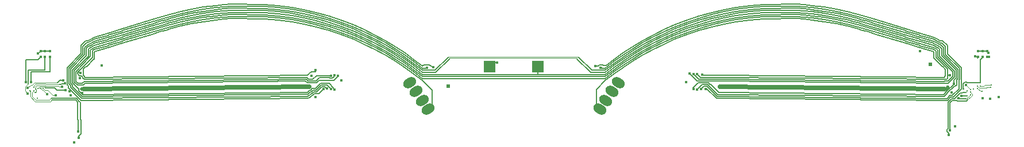
<source format=gbl>
%FSTAX23Y23*%
%MOIN*%
%SFA1B1*%

%IPPOS*%
%AMD39*
4,1,4,-0.006100,-0.029300,0.025400,0.015800,0.006100,0.029300,-0.025400,-0.015800,-0.006100,-0.029300,0.0*
1,1,0.055120,0.009700,-0.006800*
1,1,0.055120,-0.009700,0.006800*
%
%AMD40*
4,1,4,-0.025400,0.015800,0.006100,-0.029300,0.025400,-0.015800,-0.006100,0.029300,-0.025400,0.015800,0.0*
1,1,0.055120,-0.009700,-0.006800*
1,1,0.055120,0.009700,0.006800*
%
%ADD12C,0.006000*%
%ADD14C,0.008000*%
%ADD38C,0.004000*%
G04~CAMADD=39~3~0.0~0.0~551.2~787.4~0.0~0.0~0~0.0~0.0~0.0~0.0~0~0.0~0.0~0.0~0.0~0~0.0~0.0~0.0~235.0~740.0~682.0*
%ADD39D39*%
G04~CAMADD=40~3~0.0~0.0~551.2~787.4~0.0~0.0~0~0.0~0.0~0.0~0.0~0~0.0~0.0~0.0~0.0~0~0.0~0.0~0.0~125.0~740.0~682.0*
%ADD40D40*%
%ADD41C,0.016000*%
%ADD42C,0.008000*%
%ADD43C,0.024000*%
%ADD44C,0.012000*%
%ADD45C,0.020000*%
%ADD48C,0.025000*%
%ADD49C,0.015000*%
%ADD52R,0.068900X0.070870*%
%ADD53R,0.017720X0.017720*%
%ADD54R,0.015750X0.017720*%
%LNfront_flex-1*%
%LPD*%
G54D12*
X-02585Y00357D02*
X-02512Y00284D01*
X-02625Y00379D02*
X-02612D01*
X-02627Y00377D02*
X-02625Y00379D01*
X-02639Y00377D02*
X-02627D01*
X-02607Y0038D02*
X-02605Y00382D01*
X-0259Y00373D02*
Y00388D01*
X-02593Y00391D02*
X-0259Y00388D01*
X-02593Y00391D02*
Y00473D01*
X-02583Y00395D02*
Y00469D01*
Y00395D02*
X-0258Y00392D01*
Y00378D02*
Y00392D01*
Y00378D02*
X-02572Y0037D01*
X-0257Y00382D02*
X-02562Y00374D01*
X-0257Y00382D02*
Y00396D01*
X-02573Y00399D02*
X-0257Y00396D01*
X-02573Y00399D02*
Y00465D01*
X-02563Y00403D02*
Y00459D01*
Y00403D02*
X-0256Y004D01*
Y00386D02*
Y004D01*
Y00386D02*
X-02525Y00351D01*
X-0255Y0039D02*
X-02533Y00373D01*
X-0255Y0039D02*
Y00417D01*
X-0254Y00394D02*
X-02529Y00383D01*
X-0254Y00394D02*
Y00421D01*
X-02628Y00401D02*
X-02615D01*
X-02653Y00343D02*
X-02603D01*
X-02572Y00358D02*
Y0037D01*
X-02562Y00362D02*
X-02506Y00306D01*
X-02562Y00362D02*
Y00374D01*
X-02533Y00373D02*
X-02499D01*
X-02553Y0042D02*
X-0255Y00417D01*
X-02553Y0042D02*
Y00455D01*
X-02529Y00383D02*
X-02504D01*
X-02543Y00424D02*
X-0254Y00421D01*
X-02543Y00424D02*
Y00451D01*
X-02502Y00414D02*
X-02493Y00405D01*
X-02502Y00414D02*
Y00418D01*
X-0251Y00427D02*
X-02502Y00418D01*
X-02522Y00427D02*
X-0251D01*
X-02533Y00438D02*
X-02522Y00427D01*
X-02611Y0038D02*
X-02607D01*
X-02612Y00379D02*
X-02611Y0038D01*
X-02533Y00438D02*
Y00447D01*
X-0058Y00449D02*
X-0053Y0041D01*
X-00631Y00486D02*
X-0058Y00449D01*
X-0053Y0041D02*
X00528D01*
X02629Y00386D02*
X02706D01*
X02627Y00388D02*
X02629Y00386D01*
X02615Y00388D02*
X02627D01*
X02606Y00379D02*
X02615Y00388D01*
X02606Y0035D02*
Y00379D01*
X-02434Y00523D02*
Y00565D01*
X-02485Y00481D02*
X-02479D01*
X-02437Y00523D02*
X-02434D01*
X-02479Y00481D02*
X-02437Y00523D01*
X-01176Y00451D02*
X-01152D01*
X-02533Y00447D02*
X-02446Y00534D01*
X-02457Y00538D02*
Y00575D01*
X-02543Y00451D02*
X-02457Y00538D01*
X-02468Y00541D02*
Y00582D01*
X-02553Y00455D02*
X-02468Y00541D01*
X-0248Y00543D02*
Y00585D01*
X-02563Y00459D02*
X-0248Y00543D01*
X-02491Y00548D02*
Y0059D01*
X-02573Y00465D02*
X-02491Y00548D01*
X-02501Y00552D02*
Y00596D01*
X-02583Y00469D02*
X-02501Y00552D01*
X-02512Y00555D02*
Y00603D01*
X-02593Y00473D02*
X-02512Y00555D01*
X-02445Y00534D02*
Y00572D01*
X-02446Y00534D02*
X-02445D01*
X-01042Y00427D02*
X-01041D01*
X-02525Y00339D02*
X-02503Y00317D01*
X-00475Y00264D02*
Y00343D01*
X-00497Y00242D02*
X-00475Y00264D01*
X-00497Y00232D02*
Y00242D01*
X-0053Y00398D02*
X-00475Y00343D01*
X00479Y00347D02*
X0053Y00398D01*
X00479Y0025D02*
Y00347D01*
Y0025D02*
X00497Y00232D01*
X0053Y00398D02*
X0058Y00437D01*
X02575Y00294D02*
X02623D01*
X02625Y00296*
X02573Y00296D02*
X02575Y00294D01*
X02626Y00308D02*
X02627D01*
X02623Y00311D02*
X02626Y00308D01*
X02606Y0035D02*
X02608Y00349D01*
X02573Y00281D02*
X02625D01*
X02571Y00283D02*
X02573Y00281D01*
X02541Y00283D02*
X02571D01*
X02595Y00349D02*
Y00401D01*
X02585Y00339D02*
X02595Y00349D01*
X02581Y0035D02*
Y00402D01*
X02543Y00313D02*
X02581Y0035D01*
X02601Y00329D02*
X02614D01*
X02598Y00326D02*
X02601Y00329D01*
X02588Y00326D02*
X02598D01*
X02585Y00338D02*
Y00339D01*
X0255Y00303D02*
X02585Y00338D01*
X02616Y00328D02*
X02621D01*
X02614Y00329D02*
X02616Y00328D01*
X02554Y00293D02*
X02588Y00326D01*
X02536Y00359D02*
X02553Y00377D01*
X02532Y00359D02*
X02536D01*
X02503Y00331D02*
X02532Y00359D01*
X0254Y00349D02*
X02556Y00365D01*
X02536Y00349D02*
X0254D01*
X02513Y00326D02*
X02536Y00349D01*
X02529Y00313D02*
X02543D01*
X02513Y00323D02*
Y00326D01*
X02496Y00306D02*
X02513Y00323D01*
X02503Y00327D02*
Y00331D01*
X02492Y00316D02*
X02503Y00327D01*
X02533Y00303D02*
X0255D01*
X02517Y0012D02*
Y00272D01*
X02511Y00294D02*
X02529Y00313D01*
X02515Y00284D02*
X02533Y00303D01*
X02537Y00293D02*
X02554D01*
X02527Y00268D02*
X02541Y00283D01*
X02625Y00281D02*
X02633Y00288D01*
X02527Y00109D02*
Y00268D01*
X02517Y00272D02*
X02537Y00293D01*
X02596Y00311D02*
X02623D01*
X02595Y00401D02*
X02595Y00402D01*
X02495Y00284D02*
X02515D01*
X01085Y00348D02*
X01103Y00366D01*
X02568Y00374D02*
Y00403D01*
X02559Y00365D02*
X02568Y00374D01*
X02556Y00365D02*
X02559D01*
X02553Y0038D02*
Y00402D01*
Y00377D02*
Y0038D01*
X02568Y00403D02*
X02575Y0041D01*
X02495Y00294D02*
X02511D01*
X02529Y0043D02*
X0253Y00429D01*
X02545Y00423D02*
Y0045D01*
X02555Y00418D02*
Y00454D01*
X02565Y00414D02*
Y00458D01*
X02575Y0041D02*
Y00464D01*
X02585Y00406D02*
Y00468D01*
X02595Y00402D02*
Y00472D01*
X0252Y00383D02*
X02555Y00418D01*
X02518Y00395D02*
X02545Y00423D01*
X02495Y00306D02*
X02496D01*
X02495Y00305D02*
Y00306D01*
X02581Y00402D02*
X02585Y00406D01*
X02553Y00402D02*
X02565Y00414D01*
X02714Y00529D02*
X02715D01*
X0272Y00534*
X02709Y00523D02*
X02714Y00529D01*
X02706Y00386D02*
Y00521D01*
X0272Y00534D02*
Y00535D01*
X02709Y00523D02*
Y00523D01*
X02706Y00521D02*
X02709Y00523D01*
X02514Y00554D02*
X02595Y00472D01*
X02496Y00395D02*
X02518D01*
X02482Y00542D02*
X02565Y00458D01*
X02482Y00542D02*
Y00584D01*
X02493Y00547D02*
X02575Y00464D01*
X02514Y0043D02*
Y00467D01*
Y0041D02*
Y0043D01*
X02529*
X02503Y00551D02*
X02585Y00468D01*
X02494Y00383D02*
X0252D01*
X02509Y00405D02*
X02514Y0041D01*
X00495Y00489D02*
X00515D01*
X00489Y00483D02*
X00495Y00489D01*
X00472Y00483D02*
X00489D01*
X02495Y00394D02*
X02496Y00395D01*
X02495Y00405D02*
X02509D01*
X02512Y00115D02*
X02517Y0012D01*
X02512Y00102D02*
Y00115D01*
Y00102D02*
X02521Y00093D01*
X00515Y00489D02*
X00518Y00487D01*
X00502Y00474D02*
X00507D01*
X00511Y00471*
X00518Y00487D02*
X00524D01*
X00525Y00485*
X-02685Y00296D02*
X-02538D01*
X-0252Y00277*
X-02666Y00357D02*
X-02653Y00343D01*
X-02585Y00357D02*
Y00369D01*
X-0259Y00373D02*
X-02585Y00369D01*
X-02681Y00285D02*
X-02541D01*
X-0253Y00273*
X-02493Y00405D02*
X-02491D01*
X-02492Y0042D02*
X-02488Y00416D01*
X-02492Y0042D02*
Y00422D01*
X-02499Y00429D02*
X-02492Y00422D01*
X-02499Y00429D02*
Y00467D01*
X-02563Y00349D02*
D01*
X-02572Y00358D02*
X-02563Y00349D01*
X-02506Y00306D02*
X-02488D01*
X-02525Y00339D02*
Y00351D01*
X-02509Y00295D02*
X-02488D01*
X-02563Y00349D02*
X-02509Y00295D01*
X-02512Y00284D02*
X-02488D01*
X-02503Y00317D02*
X-02485D01*
X-02499Y00373D02*
X-02488Y00384D01*
X-02504Y00383D02*
X-02493Y00394D01*
X-02488*
X-02499Y00467D02*
X-02485Y00481D01*
X-02485Y00317D02*
D01*
X-02485Y00317D01*
X-02533Y00447D02*
X-02523D01*
X-0263Y00403D02*
X-02628Y00401D01*
X-02523Y00447D02*
X-02518Y00442D01*
X-02647Y00386D02*
X-0263Y00403D01*
X-02491Y00405D02*
X-02488Y00405D01*
X-0253Y00173D02*
Y00273D01*
Y00173D02*
X-02527Y0017D01*
X-02515Y00174D02*
Y00272D01*
X-02515D02*
X-02515D01*
X-0252Y00277D02*
Y00277D01*
Y00277D02*
X-02515Y00272D01*
X-02718Y00357D02*
X-02666D01*
X-0053Y00458D02*
X-00459D01*
X-0053Y00446D02*
X-00454D01*
X-0053Y00434D02*
X00142D01*
X-0053Y00422D02*
X00528D01*
X-00527Y00469D02*
X-00517D01*
X-00522Y0049D02*
X-0049D01*
X-0053Y00482D02*
X-00522Y0049D01*
X-02484Y00631D02*
X-0247D01*
X-02471Y00618D02*
X-0247Y00619D01*
X-02479Y00618D02*
X-02471D01*
X-02491Y0059D02*
X-02473Y00607D01*
X-0247*
X-0248Y00585D02*
X-0247Y00595D01*
X-01152Y00451D02*
Y0046D01*
X-01198Y00428D02*
X-01188Y00439D01*
X-01128Y00417D02*
X-01072D01*
X-01188Y00439D02*
Y00439D01*
X-01146Y00427D02*
X-01061D01*
X-01188Y00439D02*
X-01176Y00451D01*
X-01168Y00405D02*
X-01146Y00427D01*
X-01191Y00405D02*
X-01168D01*
X-01196Y0041D02*
X-01191Y00405D01*
X-01196Y0041D02*
Y0041D01*
X-01202Y00416D02*
X-01196Y0041D01*
X-0121Y00416D02*
X-01202D01*
X-01216Y00416D02*
X-0121Y00416D01*
X-01216Y00416D02*
D01*
X-01217Y00417D02*
X-01216Y00416D01*
X-01206Y00406D02*
X-01206D01*
X-01054Y00412D02*
X-01046Y0042D01*
X-01067Y00412D02*
X-01054D01*
X-01072Y00417D02*
X-01067Y00412D01*
X-0058Y00521D02*
X-0053Y00482D01*
Y0047D02*
X-00529D01*
X-0058Y00509D02*
X-0053Y0047D01*
X-01021Y00426D02*
X-0102Y00427D01*
X-01021Y00423D02*
Y00426D01*
X-01041Y00427D02*
Y00428D01*
X-01046Y00423D02*
X-01042Y00427D01*
X-01046Y0042D02*
Y00423D01*
X-0247Y00631D02*
X-0247Y00631D01*
X-02468Y00582D02*
X-02463Y00586D01*
X-02457Y00575D02*
X-02452Y0058D01*
X-02445Y00572D02*
X-02434Y00579D01*
X-02356Y0059D02*
X-02272Y00615D01*
X-02087Y00671D02*
X-02064Y00678D01*
X-01969Y00705D02*
X-01944Y00712D01*
X-00807Y0058D02*
X-00745Y00546D01*
X-00631Y00474D02*
X-0058Y00437D01*
X-01369Y0075D02*
X-01289Y0074D01*
X-01219Y00726*
X-01071Y00688D02*
X-00995Y00662D01*
X-00745Y00546D02*
X-00684Y00509D01*
X-01642Y00758D02*
X-01581Y00758D01*
X-01515Y00757*
X-00995Y00662D02*
X-00932Y00638D01*
X-02064Y00678D02*
X-02041Y00685D01*
X-01872Y00728D02*
X-018Y00741D01*
X-01727Y0075*
X-02272Y00616D02*
X-02087Y00671D01*
X-02019Y00691D02*
X-01994Y00699D01*
X-01969Y00705*
X-01149Y0071D02*
X-01071Y00688D01*
X-02356Y00589D02*
X-02356Y0059D01*
X-02272Y00616D02*
X-02272Y00615D01*
X-01685Y00755D02*
X-01642Y00758D01*
X-01448Y00757D02*
X-01369Y0075D01*
X-00871Y00611D02*
X-00807Y0058D01*
X-01944Y00712D02*
X-01872Y00728D01*
X-01219Y00726D02*
X-01149Y0071D01*
X-00932Y00638D02*
X-00871Y00611D01*
X-02434Y00567D02*
X-02356Y00589D01*
X-02041Y00685D02*
X-02019Y00691D01*
X-01727Y0075D02*
X-01685Y00755D01*
X-01515Y00757D02*
X-01448Y00757D01*
X-00684Y00509D02*
X-00631Y00474D01*
X-02356Y00602D02*
X-02272Y00627D01*
X-01969Y00717D02*
X-01944Y00724D01*
X-01515Y00769D02*
X-01448Y00769D01*
X-02087Y00683D02*
X-02064Y0069D01*
X-01219Y00738D02*
X-01149Y00722D01*
X-00871Y00623D02*
X-00807Y00592D01*
X-00684Y00521D02*
X-00631Y00486D01*
X-02272Y00628D02*
X-02272Y00627D01*
X-01944Y00724D02*
X-01872Y0074D01*
X-01727Y00762D02*
X-01685Y00767D01*
X-01448Y00769D02*
X-01369Y00762D01*
X-00932Y0065D02*
X-00871Y00623D01*
X-02356Y00601D02*
X-02356Y00602D01*
X-02272Y00628D02*
X-02087Y00683D01*
X-02019Y00703D02*
X-01994Y00711D01*
X-01685Y00767D02*
X-01642Y0077D01*
X-01149Y00722D02*
X-01071Y007D01*
X-02064Y0069D02*
X-02041Y00697D01*
X-01994Y00711D02*
X-01969Y00717D01*
X-01872Y0074D02*
X-018Y00753D01*
X-01581Y0077D02*
X-01515Y00769D01*
X-02434Y00579D02*
X-02356Y00601D01*
X-018Y00753D02*
X-01727Y00762D01*
X-01642Y0077D02*
X-01581Y0077D01*
X-01289Y00752D02*
X-01219Y00738D01*
X-01071Y007D02*
X-00995Y00674D01*
X-00932Y0065*
X-00745Y00558D02*
X-00684Y00521D01*
X-02041Y00697D02*
X-02019Y00703D01*
X-01369Y00762D02*
X-01289Y00752D01*
X-00807Y00592D02*
X-00745Y00558D01*
X-02272Y0064D02*
X-02087Y00695D01*
X-02019Y00715D02*
X-01994Y00723D01*
X-01944Y00736D02*
X-01872Y00752D01*
X-01219Y0075D02*
X-01149Y00734D01*
X-00932Y00662D02*
X-00871Y00635D01*
X-02356Y00613D02*
X-02356Y00614D01*
X-02064Y00702D02*
X-02041Y00709D01*
X-01994Y00723D02*
X-01969Y00729D01*
X-01685Y00779D02*
X-01642Y00782D01*
X-01581Y00782D02*
X-01515Y00781D01*
X-01642Y00782D02*
X-01581Y00782D01*
X-01149Y00734D02*
X-01071Y00712D01*
X-00631Y00498D02*
X-0058Y00461D01*
X-02452Y0058D02*
X-02434Y00591D01*
X-01872Y00752D02*
X-018Y00765D01*
X-01727Y00774*
X-00745Y0057D02*
X-00684Y00533D01*
X-02041Y00709D02*
X-02019Y00715D01*
X-01289Y00764D02*
X-01219Y0075D01*
X-00995Y00686D02*
X-00932Y00662D01*
X-00807Y00604D02*
X-00745Y0057D01*
X-01969Y00729D02*
X-01944Y00736D01*
X-01515Y00781D02*
X-01448Y00781D01*
X-01369Y00774D02*
X-01289Y00764D01*
X-01071Y00712D02*
X-00995Y00686D01*
X-02356Y00614D02*
X-02272Y00639D01*
X-02087Y00695D02*
X-02064Y00702D01*
X-00871Y00635D02*
X-00807Y00604D01*
X-00684Y00533D02*
X-00631Y00498D01*
X-0058Y00461D02*
X-0053Y00422D01*
X-02434Y00591D02*
X-02356Y00613D01*
X-02272Y0064D02*
X-02272Y00639D01*
X-01727Y00774D02*
X-01685Y00779D01*
X-01448Y00781D02*
X-01369Y00774D01*
X-02452Y00592D02*
X-02434Y00603D01*
X-02041Y00721D02*
X-02019Y00727D01*
X-01872Y00764D02*
X-018Y00777D01*
X-01727Y00786*
X-00807Y00616D02*
X-00745Y00582D01*
X-01515Y00793D02*
X-01448Y00793D01*
X-01289Y00776D02*
X-01219Y00762D01*
X-00995Y00698D02*
X-00932Y00674D01*
X-01969Y00741D02*
X-01944Y00748D01*
X-01369Y00786D02*
X-01289Y00776D01*
X-01071Y00724D02*
X-00995Y00698D01*
X-00871Y00647D02*
X-00807Y00616D01*
X-00684Y00545D02*
X-00631Y0051D01*
X-02356Y00626D02*
X-02272Y00651D01*
X-02272Y00652D02*
X-02272Y00651D01*
X-02087Y00707D02*
X-02064Y00714D01*
X-01448Y00793D02*
X-01369Y00786D01*
X-0058Y00473D02*
X-0053Y00434D01*
X-02434Y00603D02*
X-02356Y00625D01*
X-02272Y00652D02*
X-02087Y00707D01*
X-02019Y00727D02*
X-01994Y00735D01*
X-01727Y00786D02*
X-01685Y00791D01*
X-02064Y00714D02*
X-02041Y00721D01*
X-01994Y00735D02*
X-01969Y00741D01*
X-01944Y00748D02*
X-01872Y00764D01*
X-01581Y00794D02*
X-01515Y00793D01*
X-01219Y00762D02*
X-01149Y00746D01*
X-00932Y00674D02*
X-00871Y00647D01*
X-02463Y00586D02*
X-02452Y00592D01*
X-02356Y00625D02*
X-02356Y00626D01*
X-01685Y00791D02*
X-01642Y00794D01*
X-01581Y00794*
X-00631Y0051D02*
X-0058Y00473D01*
X-01149Y00746D02*
X-01071Y00724D01*
X-00745Y00582D02*
X-00684Y00545D01*
X-02356Y00674D02*
X-02272Y00699D01*
X-02087Y00755D02*
X-02064Y00762D01*
X-00871Y00695D02*
X-00807Y00664D01*
X-00684Y00593D02*
X-00631Y00558D01*
X-01969Y00789D02*
X-01944Y00796D01*
X-01515Y00841D02*
X-01448Y00841D01*
X-01369Y00834D02*
X-01289Y00824D01*
X-01071Y00772D02*
X-00995Y00746D01*
X-02041Y00769D02*
X-02019Y00775D01*
X-01289Y00824D02*
X-01219Y0081D01*
X-00995Y00746D02*
X-00932Y00722D01*
X-00807Y00664D02*
X-00745Y0063D01*
X-02452Y0064D02*
X-02434Y00651D01*
X-01872Y00812D02*
X-018Y00825D01*
X-01727Y00834*
X-00745Y0063D02*
X-00684Y00593D01*
X-0247Y00631D02*
X-02452Y0064D01*
X-01642Y00842D02*
X-01581Y00842D01*
X-01149Y00794D02*
X-01071Y00772D01*
X-00631Y00558D02*
X-0058Y00521D01*
X-02356Y00673D02*
X-02356Y00674D01*
X-02064Y00762D02*
X-02041Y00769D01*
X-01994Y00783D02*
X-01969Y00789D01*
X-01685Y00839D02*
X-01642Y00842D01*
X-01581Y00842D02*
X-01515Y00841D01*
X-02272Y007D02*
X-02087Y00755D01*
X-02019Y00775D02*
X-01994Y00783D01*
X-01944Y00796D02*
X-01872Y00812D01*
X-01219Y0081D02*
X-01149Y00794D01*
X-00932Y00722D02*
X-00871Y00695D01*
X-02434Y00651D02*
X-02356Y00673D01*
X-02272Y007D02*
X-02272Y00699D01*
X-01727Y00834D02*
X-01685Y00839D01*
X-01448Y00841D02*
X-01369Y00834D01*
X-02064Y0075D02*
X-02041Y00757D01*
X-01872Y008D02*
X-018Y00813D01*
X-01581Y0083D02*
X-01515Y00829D01*
X-00631Y00546D02*
X-0058Y00509D01*
X-0247Y00619D02*
X-02452Y00628D01*
X-02356Y00661D02*
X-02356Y00662D01*
X-02272Y00688D02*
X-02087Y00743D01*
X-01994Y00771D02*
X-01969Y00777D01*
X-01149Y00782D02*
X-01071Y0076D01*
X-02272Y00688D02*
X-02272Y00687D01*
X-02019Y00763D02*
X-01994Y00771D01*
X-01944Y00784D02*
X-01872Y008D01*
X-01685Y00827D02*
X-01642Y0083D01*
X-01448Y00829D02*
X-01369Y00822D01*
X-01727Y00822D02*
X-01685Y00827D01*
X-01219Y00798D02*
X-01149Y00782D01*
X-00932Y0071D02*
X-00871Y00683D01*
X-00807Y00652*
X-00684Y00581D02*
X-00631Y00546D01*
X-02434Y00639D02*
X-02356Y00661D01*
X-02087Y00743D02*
X-02064Y0075D01*
X-01515Y00829D02*
X-01448Y00829D01*
X-02356Y00662D02*
X-02272Y00687D01*
X-02041Y00757D02*
X-02019Y00763D01*
X-01969Y00777D02*
X-01944Y00784D01*
X-00807Y00652D02*
X-00745Y00618D01*
X-01369Y00822D02*
X-01289Y00812D01*
X-01071Y0076D02*
X-00995Y00734D01*
X-00932Y0071*
X-00745Y00618D02*
X-00684Y00581D01*
X-02452Y00628D02*
X-02434Y00639D01*
X-018Y00813D02*
X-01727Y00822D01*
X-01642Y0083D02*
X-01581Y0083D01*
X-01289Y00812D02*
X-01219Y00798D01*
X-02434Y00627D02*
X-02356Y00649D01*
X-02087Y00731D02*
X-02064Y00738D01*
X-01515Y00817D02*
X-01448Y00817D01*
X-0058Y00497D02*
X-0053Y00458D01*
X-02356Y0065D02*
X-02272Y00675D01*
X-02041Y00745D02*
X-02019Y00751D01*
X-01969Y00765D02*
X-01944Y00772D01*
X-00807Y0064D02*
X-00745Y00606D01*
X-01369Y0081D02*
X-01289Y008D01*
X-01071Y00748D02*
X-00995Y00722D01*
X-00932Y00698*
X-00745Y00606D02*
X-00684Y00569D01*
X-02452Y00616D02*
X-02434Y00627D01*
X-018Y00801D02*
X-01727Y0081D01*
X-01642Y00818D02*
X-01581Y00818D01*
X-01289Y008D02*
X-01219Y00786D01*
X-0247Y00607D02*
X-02452Y00616D01*
X-02064Y00738D02*
X-02041Y00745D01*
X-01872Y00788D02*
X-018Y00801D01*
X-01581Y00818D02*
X-01515Y00817D01*
X-00631Y00534D02*
X-0058Y00497D01*
X-02356Y00649D02*
X-02356Y0065D01*
X-02272Y00676D02*
X-02087Y00731D01*
X-01994Y00759D02*
X-01969Y00765D01*
X-01685Y00815D02*
X-01642Y00818D01*
X-01149Y0077D02*
X-01071Y00748D01*
X-02272Y00676D02*
X-02272Y00675D01*
X-02019Y00751D02*
X-01994Y00759D01*
X-01944Y00772D02*
X-01872Y00788D01*
X-01727Y0081D02*
X-01685Y00815D01*
X-01448Y00817D02*
X-01369Y0081D01*
X-00932Y00698D02*
X-00871Y00671D01*
X-01219Y00786D02*
X-01149Y0077D01*
X-00871Y00671D02*
X-00807Y0064D01*
X-00684Y00569D02*
X-00631Y00534D01*
X-02272Y00664D02*
X-02272Y00663D01*
X-02019Y00739D02*
X-01994Y00747D01*
X-01944Y0076D02*
X-01872Y00776D01*
X-01685Y00803D02*
X-01642Y00806D01*
X-01448Y00805D02*
X-01369Y00798D01*
X-0247Y00595D02*
X-02452Y00604D01*
X-02356Y00637D02*
X-02356Y00638D01*
X-02272Y00664D02*
X-02087Y00719D01*
X-01994Y00747D02*
X-01969Y00753D01*
X-01149Y00758D02*
X-01071Y00736D01*
X-02064Y00726D02*
X-02041Y00733D01*
X-01872Y00776D02*
X-018Y00789D01*
X-01581Y00806D02*
X-01515Y00805D01*
X-00631Y00522D02*
X-0058Y00485D01*
X-02452Y00604D02*
X-02434Y00615D01*
X-018Y00789D02*
X-01727Y00798D01*
X-01642Y00806D02*
X-01581Y00806D01*
X-01289Y00788D02*
X-01219Y00774D01*
X-01369Y00798D02*
X-01289Y00788D01*
X-01071Y00736D02*
X-00995Y0071D01*
X-00932Y00686*
X-00745Y00594D02*
X-00684Y00557D01*
X-02356Y00638D02*
X-02272Y00663D01*
X-02041Y00733D02*
X-02019Y00739D01*
X-01969Y00753D02*
X-01944Y0076D01*
X-00807Y00628D02*
X-00745Y00594D01*
X-02434Y00615D02*
X-02356Y00637D01*
X-02087Y00719D02*
X-02064Y00726D01*
X-01515Y00805D02*
X-01448Y00805D01*
X-0058Y00485D02*
X-0053Y00446D01*
X-01727Y00798D02*
X-01685Y00803D01*
X-01219Y00774D02*
X-01149Y00758D01*
X-00932Y00686D02*
X-00871Y00659D01*
X-00807Y00628*
X-00684Y00557D02*
X-00631Y00522D01*
X-0119Y00298D02*
X-01189Y00299D01*
X-01131Y00322D02*
X-01106Y00348D01*
X-01157Y00322D02*
X-01131D01*
X-01167Y00313D02*
X-01157Y00322D01*
X-01144Y00332D02*
X-01114Y00363D01*
X-01161Y00332D02*
X-01144D01*
X-01171Y00323D02*
X-01161Y00332D01*
X-01148Y00342D02*
X-01118Y00373D01*
X-01165Y00342D02*
X-01148D01*
X-01175Y00333D02*
X-01165Y00342D01*
X-01152Y00352D02*
X-01122Y00383D01*
X-0117Y00352D02*
X-01152D01*
X-01179Y00343D02*
X-0117Y00352D01*
X-01193Y00298D02*
X-0119Y00298D01*
X-01194Y00297D02*
X-01193Y00298D01*
X-01189Y00299D02*
X-01186Y00299D01*
X-01172Y00313D02*
X-01167Y00313D01*
X-01186Y00299D02*
X-01172Y00313D01*
X-01198Y00297D02*
X-01194D01*
X-01198Y00296D02*
X-01198Y00297D01*
X-01197Y00308D02*
X-01194Y00308D01*
X-01199Y00307D02*
X-01197Y00308D01*
X-01193Y00309D02*
X-0119Y00309D01*
X-01194Y00308D02*
X-01193Y00309D01*
X-01176Y00323D02*
X-01171Y00323D01*
X-0119Y00309D02*
X-01176Y00323D01*
X-0118Y00333D02*
X-01175Y00333D01*
X-01195Y00319D02*
X-0118Y00333D01*
X-01197Y00319D02*
X-01195Y00319D01*
X-01198Y00318D02*
X-01197Y00319D01*
X-01185Y00343D02*
X-01179Y00343D01*
X-01199Y00329D02*
X-01185Y00343D01*
X-01199Y00385D02*
X-01145D01*
X-01195Y00395D02*
X-01149D01*
X-01128Y00417*
X-01145Y00385D02*
X-01131Y00399D01*
X-01044*
X-02488Y00405D02*
X-01217Y00417D01*
X-02488Y00394D02*
X-01206Y00406D01*
Y00406D02*
X-01195Y00395D01*
X-0121Y00396D02*
X-01199Y00385D01*
X-02488Y00384D02*
X-0121Y00396D01*
X01174Y00296D02*
X01205D01*
X0112Y00351D02*
X01174Y00296D01*
X01112Y00351D02*
X0112D01*
X01131Y00396D02*
X01131Y00395D01*
X01205*
X01134Y00407D02*
X01135Y00406D01*
X01205*
X01083Y00417D02*
X01126D01*
X01127Y00417*
X01205*
X01178Y00306D02*
X01205D01*
X01181Y00317D02*
X01205D01*
X01203Y00331D02*
X01206Y00328D01*
X01188Y00331D02*
X01203D01*
X01143Y00377D02*
X01188Y00331D01*
X01136Y00377D02*
X01143D01*
X01142Y00428D02*
X01142Y00428D01*
X01205*
X01205Y00296D02*
X02495Y00284D01*
X01205Y00317D02*
X02495Y00305D01*
X01205Y00428D02*
X02495Y00416D01*
X01205Y00417D02*
X02495Y00405D01*
X01205Y00395D02*
X02494Y00383D01*
X01205Y00406D02*
X02495Y00394D01*
X01205Y00306D02*
X02495Y00294D01*
X01206Y00328D02*
X02492Y00316D01*
X-02485Y00317D02*
X-01199Y00329D01*
X-01087Y00352D02*
X-01085D01*
X-02488Y00295D02*
X-01199Y00307D01*
X-02488Y00416D02*
X-01198Y00428D01*
X-02488Y00306D02*
X-01198Y00318D01*
X-02488Y00284D02*
X-01198Y00296D01*
X-01044Y00399D02*
X-01021Y00423D01*
X02487Y0048D02*
X02503Y00464D01*
Y00425D02*
Y00464D01*
X02495Y00417D02*
X02503Y00425D01*
X02491Y0049D02*
X02514Y00467D01*
X02676Y00538D02*
X02677Y00536D01*
X02691*
X02693Y00535*
X02687Y00529D02*
X02693Y00535D01*
X-02808Y00339D02*
X-02806Y00337D01*
X-02803Y00389D02*
X-02802Y00388D01*
X-02817Y00381D02*
Y00461D01*
X-02818Y0038D02*
X-02817Y00381D01*
X-02818Y00379D02*
Y0038D01*
X-02832Y00388D02*
Y00521D01*
X-02803Y00389D02*
Y00451D01*
X-02693*
Y00535*
X-02722Y00461D02*
Y00533D01*
X-02817Y00461D02*
X-02722D01*
X-0276Y00521D02*
X-02746Y00535D01*
X-02832Y00521D02*
X-0276D01*
X-0049Y0049D02*
X-00483Y00483D01*
X00451Y00458D02*
X00528D01*
X-01122Y00383D02*
X-01073D01*
X-01118Y00373D02*
X-01084D01*
X-01114Y00363D02*
X-01098D01*
X-01084Y00373D02*
X-01062Y0035D01*
X-01073Y00383D02*
X-01047Y00356D01*
X-01098Y00363D02*
X-01087Y00352D01*
X-0053Y00261D02*
X-0053Y00261D01*
X-00483Y00483D02*
X-00468Y00475D01*
X00525Y00485D02*
X00534D01*
X00511Y00471D02*
X0053Y0047D01*
X-00517Y00469D02*
X-00514Y00471D01*
X-00505*
X-00459Y00458D02*
X-00383Y00534D01*
X-00454Y00446D02*
X-00376Y00524D01*
X02521Y00082D02*
Y00093D01*
Y00082D02*
X02522Y00082D01*
X-02515Y00174D02*
X-02511Y0017D01*
Y00091D02*
Y0017D01*
X-02524Y00077D02*
X-02511Y00091D01*
X-02524Y00067D02*
Y00077D01*
X-02526Y00066D02*
X-02524Y00067D01*
X-02527Y00103D02*
Y0017D01*
X-02722Y00533D02*
X-0272Y00535D01*
X00142Y00434D02*
X00528D01*
X0014Y00435D02*
X00142Y00434D01*
X0014Y00435D02*
Y00479D01*
X01063Y00437D02*
X01083Y00417D01*
X01042Y00436D02*
X01071Y00407D01*
X01093Y00432D02*
X01097Y00428D01*
X01092Y00432D02*
X01093D01*
X01071Y00407D02*
X01134D01*
X01061Y00396D02*
X01131D01*
X01069Y00386D02*
X01127D01*
X01091Y00376D02*
X01123D01*
X01062Y00347D02*
X01091Y00376D01*
X01119Y00366D02*
X01178Y00306D01*
X01103Y00366D02*
X01119D01*
X01123Y00376D02*
X01181Y00317D01*
X01127Y00386D02*
X01136Y00377D01*
X0104Y00357D02*
X01069Y00386D01*
X01097Y00428D02*
X01142D01*
X01019Y00438D02*
X01061Y00396D01*
X01108Y00347D02*
X01112Y00351D01*
X01042Y00436D02*
Y00437D01*
X0104Y0035D02*
Y00357D01*
Y0035D02*
X01041Y00349D01*
X02514Y00554D02*
Y00602D01*
X02486Y0063D02*
X02514Y00602D01*
X02472Y0063D02*
X02486D01*
X02472Y0063D02*
X02472Y0063D01*
X02493Y00547D02*
Y00589D01*
X0247Y0054D02*
Y00581D01*
Y0054D02*
X02555Y00454D01*
X02459Y00537D02*
Y00574D01*
Y00537D02*
X02545Y0045D01*
X02491Y0049D02*
X02491D01*
X02447Y00534D02*
X02491Y0049D01*
X02447Y00534D02*
Y00571D01*
X02486Y0048D02*
X02487D01*
X02436Y0053D02*
X02486Y0048D01*
X02436Y0053D02*
Y00564D01*
X02503Y00551D02*
Y00595D01*
X02481Y00617D02*
X02503Y00595D01*
X02473Y00617D02*
X02481D01*
X02472Y00618D02*
X02473Y00617D01*
X02475Y00606D02*
X02493Y00589D01*
X02472Y00606D02*
X02475D01*
X02472Y00594D02*
X02482Y00584D01*
X02465Y00585D02*
X0247Y00581D01*
X02454Y00579D02*
X02459Y00574D01*
X02436Y00578D02*
X02447Y00571D01*
X02436Y0059D02*
X02454Y00579D01*
X02436Y00602D02*
X02454Y00591D01*
X02465Y00585*
X02436Y0065D02*
X02454Y00639D01*
X02472Y0063*
X02454Y00627D02*
X02472Y00618D01*
X02436Y00638D02*
X02454Y00627D01*
X02436Y00626D02*
X02454Y00615D01*
X02472Y00606*
X02454Y00603D02*
X02472Y00594D01*
X02436Y00614D02*
X02454Y00603D01*
X-01062Y0035D02*
Y0035D01*
X-01047Y00354D02*
Y00356D01*
Y00354D02*
X-01042Y00349D01*
Y00347D02*
Y00349D01*
X-02512Y00603D02*
X-02484Y00631D01*
X-02501Y00596D02*
X-02479Y00618D01*
X00366Y00524D02*
X00444Y00446D01*
X01289Y0074D02*
X01369Y0075D01*
X01219Y00726D02*
X01289Y0074D01*
X00932Y00638D02*
X00995Y00662D01*
X00684Y00509D02*
X00745Y00546D01*
X01944Y00712D02*
X01969Y00705D01*
X00995Y00662D02*
X01071Y00688D01*
X00745Y00546D02*
X00807Y0058D01*
X0058Y00437D02*
X00631Y00474D01*
X02356Y00589D02*
X02434Y00567D01*
X02272Y00615D02*
X02356Y0059D01*
X02064Y00678D02*
X02087Y00671D01*
X02019Y00691D02*
X02041Y00685D01*
X01448Y00757D02*
X01515Y00757D01*
X00631Y00474D02*
X00684Y00509D01*
X01872Y00728D02*
X01944Y00712D01*
X01685Y00755D02*
X01727Y0075D01*
X01149Y0071D02*
X01219Y00726D01*
X02356Y0059D02*
X02356Y00589D01*
X02272Y00615D02*
X02272Y00616D01*
X01369Y0075D02*
X01448Y00757D01*
X00871Y00611D02*
X00932Y00638D01*
X00807Y0058D02*
X00871Y00611D01*
X02087Y00671D02*
X02272Y00616D01*
X01994Y00699D02*
X02019Y00691D01*
X01969Y00705D02*
X01994Y00699D01*
X01642Y00758D02*
X01685Y00755D01*
X01071Y00688D02*
X01149Y0071D01*
X02041Y00685D02*
X02064Y00678D01*
X018Y00741D02*
X01872Y00728D01*
X01727Y0075D02*
X018Y00741D01*
X-0058Y00437D02*
X-0053Y00398D01*
X01581Y00758D02*
X01642Y00758D01*
X01515Y00757D02*
X01581Y00758D01*
X02356Y00601D02*
X02434Y00579D01*
X01969Y00717D02*
X01994Y00711D01*
X018Y00753D02*
X01872Y0074D01*
X01515Y00769D02*
X01581Y0077D01*
X0058Y00449D02*
X00631Y00486D01*
X02087Y00683D02*
X02272Y00628D01*
X02041Y00697D02*
X02064Y0069D01*
X01994Y00711D02*
X02019Y00703D01*
X01071Y007D02*
X01149Y00722D01*
X02356Y00602D02*
X02356Y00601D01*
X02272Y00627D02*
X02272Y00628D01*
X01872Y0074D02*
X01944Y00724D01*
X01642Y0077D02*
X01685Y00767D01*
X01369Y00762D02*
X01448Y00769D01*
X01149Y00722D02*
X01219Y00738D01*
X00871Y00623D02*
X00932Y0065D01*
X00807Y00592D02*
X00871Y00623D01*
X00631Y00486D02*
X00684Y00521D01*
X02064Y0069D02*
X02087Y00683D01*
X01685Y00767D02*
X01727Y00762D01*
X01448Y00769D02*
X01515Y00769D01*
X0053Y0041D02*
X0058Y00449D01*
X02272Y00627D02*
X02356Y00602D01*
X02019Y00703D02*
X02041Y00697D01*
X01944Y00724D02*
X01969Y00717D01*
X01289Y00752D02*
X01369Y00762D01*
X01219Y00738D02*
X01289Y00752D01*
X00995Y00674D02*
X01071Y007D01*
X00745Y00558D02*
X00807Y00592D01*
X00684Y00521D02*
X00745Y00558D01*
X01727Y00762D02*
X018Y00753D01*
X01581Y0077D02*
X01642Y0077D01*
X00932Y0065D02*
X00995Y00674D01*
X02087Y00695D02*
X02272Y0064D01*
X02064Y00702D02*
X02087Y00695D01*
X01994Y00723D02*
X02019Y00715D01*
X01685Y00779D02*
X01727Y00774D01*
X01369Y00774D02*
X01448Y00781D01*
X01149Y00734D02*
X01219Y0075D01*
X02356Y00613D02*
X02434Y00591D01*
X02272Y00639D02*
X02356Y00614D01*
X02272Y00639D02*
X02272Y0064D01*
X00807Y00604D02*
X00871Y00635D01*
X01944Y00736D02*
X01969Y00729D01*
X00995Y00686D02*
X01071Y00712D01*
X00631Y00498D02*
X00684Y00533D01*
X0053Y00422D02*
X0058Y00461D01*
X02019Y00715D02*
X02041Y00709D01*
X01727Y00774D02*
X018Y00765D01*
X01448Y00781D02*
X01515Y00781D01*
X01289Y00764D02*
X01369Y00774D01*
X00932Y00662D02*
X00995Y00686D01*
X018Y00765D02*
X01872Y00752D01*
X01219Y0075D02*
X01289Y00764D01*
X00745Y0057D02*
X00807Y00604D01*
X01071Y00712D02*
X01149Y00734D01*
X00684Y00533D02*
X00745Y0057D01*
X02356Y00614D02*
X02356Y00613D01*
X01872Y00752D02*
X01944Y00736D01*
X01642Y00782D02*
X01685Y00779D01*
X01581Y00782D02*
X01642Y00782D01*
X01515Y00781D02*
X01581Y00782D01*
X0058Y00461D02*
X00631Y00498D01*
X02041Y00709D02*
X02064Y00702D01*
X01969Y00729D02*
X01994Y00723D01*
X00871Y00635D02*
X00932Y00662D01*
X01727Y00786D02*
X018Y00777D01*
X01219Y00762D02*
X01289Y00776D01*
X00932Y00674D02*
X00995Y00698D01*
X00745Y00582D02*
X00807Y00616D01*
X018Y00777D02*
X01872Y00764D01*
X00684Y00545D02*
X00745Y00582D01*
X01581Y00794D02*
X01642Y00794D01*
X01515Y00793D02*
X01581Y00794D01*
X01071Y00724D02*
X01149Y00746D01*
X0058Y00473D02*
X00631Y0051D01*
X02356Y00626D02*
X02356Y00625D01*
X02041Y00721D02*
X02064Y00714D01*
X01969Y00741D02*
X01994Y00735D01*
X01872Y00764D02*
X01944Y00748D01*
X01642Y00794D02*
X01685Y00791D01*
X02087Y00707D02*
X02272Y00652D01*
X01994Y00735D02*
X02019Y00727D01*
X01369Y00786D02*
X01448Y00793D01*
X01149Y00746D02*
X01219Y00762D01*
X00871Y00647D02*
X00932Y00674D01*
X02356Y00625D02*
X02434Y00603D01*
X02272Y00651D02*
X02272Y00652D01*
X02064Y00714D02*
X02087Y00707D01*
X01685Y00791D02*
X01727Y00786D01*
X00807Y00616D02*
X00871Y00647D01*
X02272Y00651D02*
X02356Y00626D01*
X01944Y00748D02*
X01969Y00741D01*
X00631Y0051D02*
X00684Y00545D01*
X0053Y00434D02*
X0058Y00473D01*
X02019Y00727D02*
X02041Y00721D01*
X01448Y00793D02*
X01515Y00793D01*
X01289Y00776D02*
X01369Y00786D01*
X00995Y00698D02*
X01071Y00724D01*
Y00772D02*
X01149Y00794D01*
X00684Y00593D02*
X00745Y0063D01*
X018Y00825D02*
X01872Y00812D01*
X01219Y0081D02*
X01289Y00824D01*
X00745Y0063D02*
X00807Y00664D01*
X02019Y00775D02*
X02041Y00769D01*
X01727Y00834D02*
X018Y00825D01*
X01448Y00841D02*
X01515Y00841D01*
X01289Y00824D02*
X01369Y00834D01*
X00932Y00722D02*
X00995Y00746D01*
X01944Y00796D02*
X01969Y00789D01*
X00995Y00746D02*
X01071Y00772D01*
X00631Y00558D02*
X00684Y00593D01*
X00534Y00485D02*
X0058Y00521D01*
X02356Y00673D02*
X02434Y00651D01*
X02272Y00699D02*
X02356Y00674D01*
X02272Y00699D02*
X02272Y007D01*
X00807Y00664D02*
X00871Y00695D01*
X02087Y00755D02*
X02272Y007D01*
X02064Y00762D02*
X02087Y00755D01*
X01994Y00783D02*
X02019Y00775D01*
X01685Y00839D02*
X01727Y00834D01*
X01369Y00834D02*
X01448Y00841D01*
X01149Y00794D02*
X01219Y0081D01*
X02356Y00674D02*
X02356Y00673D01*
X02041Y00769D02*
X02064Y00762D01*
X01969Y00789D02*
X01994Y00783D01*
X01872Y00812D02*
X01944Y00796D01*
X00871Y00695D02*
X00932Y00722D01*
X01642Y00842D02*
X01685Y00839D01*
X01581Y00842D02*
X01642Y00842D01*
X01515Y00841D02*
X01581Y00842D01*
X0058Y00521D02*
X00631Y00558D01*
X02272Y00687D02*
X02272Y00688D01*
X01872Y008D02*
X01944Y00784D01*
X01642Y0083D02*
X01685Y00827D01*
X01369Y00822D02*
X01448Y00829D01*
X00871Y00683D02*
X00932Y0071D01*
X00807Y00652D02*
X00871Y00683D01*
X02356Y00662D02*
X02356Y00661D01*
X02087Y00743D02*
X02272Y00688D01*
X01994Y00771D02*
X02019Y00763D01*
X01969Y00777D02*
X01994Y00771D01*
X02041Y00757D02*
X02064Y0075D01*
X018Y00813D02*
X01872Y008D01*
X01071Y0076D02*
X01149Y00782D01*
X0058Y00509D02*
X00631Y00546D01*
X01727Y00822D02*
X018Y00813D01*
X01581Y0083D02*
X01642Y0083D01*
X01515Y00829D02*
X01581Y0083D01*
X01289Y00812D02*
X01369Y00822D01*
X01219Y00798D02*
X01289Y00812D01*
X00932Y0071D02*
X00995Y00734D01*
X00684Y00581D02*
X00745Y00618D01*
X02272Y00687D02*
X02356Y00662D01*
X01944Y00784D02*
X01969Y00777D01*
X00995Y00734D02*
X01071Y0076D01*
X00745Y00618D02*
X00807Y00652D01*
X02064Y0075D02*
X02087Y00743D01*
X02019Y00763D02*
X02041Y00757D01*
X01448Y00829D02*
X01515Y00829D01*
X0053Y0047D02*
X0058Y00509D01*
X02356Y00661D02*
X02434Y00639D01*
X01685Y00827D02*
X01727Y00822D01*
X01149Y00782D02*
X01219Y00798D01*
X00631Y00546D02*
X00684Y00581D01*
X02272Y00675D02*
X02356Y0065D01*
X01944Y00772D02*
X01969Y00765D01*
X00995Y00722D02*
X01071Y00748D01*
X00745Y00606D02*
X00807Y0064D01*
X00375Y00534D02*
X00451Y00458D01*
X02064Y00738D02*
X02087Y00731D01*
X02019Y00751D02*
X02041Y00745D01*
X01448Y00817D02*
X01515Y00817D01*
X0053Y00458D02*
X0058Y00497D01*
X02356Y00649D02*
X02434Y00627D01*
X01685Y00815D02*
X01727Y0081D01*
X01149Y0077D02*
X01219Y00786D01*
X00631Y00534D02*
X00684Y00569D01*
X02272Y00675D02*
X02272Y00676D01*
X01872Y00788D02*
X01944Y00772D01*
X01642Y00818D02*
X01685Y00815D01*
X01369Y0081D02*
X01448Y00817D01*
X00871Y00671D02*
X00932Y00698D01*
X00807Y0064D02*
X00871Y00671D01*
X02356Y0065D02*
X02356Y00649D01*
X02087Y00731D02*
X02272Y00676D01*
X01994Y00759D02*
X02019Y00751D01*
X01969Y00765D02*
X01994Y00759D01*
X02041Y00745D02*
X02064Y00738D01*
X018Y00801D02*
X01872Y00788D01*
X01071Y00748D02*
X01149Y0077D01*
X0058Y00497D02*
X00631Y00534D01*
X01727Y0081D02*
X018Y00801D01*
X01581Y00818D02*
X01642Y00818D01*
X01515Y00817D02*
X01581Y00818D01*
X01289Y008D02*
X01369Y0081D01*
X01219Y00786D02*
X01289Y008D01*
X00932Y00698D02*
X00995Y00722D01*
X00684Y00569D02*
X00745Y00606D01*
X02041Y00733D02*
X02064Y00726D01*
X018Y00789D02*
X01872Y00776D01*
X01071Y00736D02*
X01149Y00758D01*
X0058Y00485D02*
X00631Y00522D01*
X02356Y00638D02*
X02356Y00637D01*
X02087Y00719D02*
X02272Y00664D01*
X01994Y00747D02*
X02019Y00739D01*
X01969Y00753D02*
X01994Y00747D01*
X02272Y00663D02*
X02272Y00664D01*
X01872Y00776D02*
X01944Y0076D01*
X01642Y00806D02*
X01685Y00803D01*
X01369Y00798D02*
X01448Y00805D01*
X00871Y00659D02*
X00932Y00686D01*
X00807Y00628D02*
X00871Y00659D01*
X02356Y00637D02*
X02434Y00615D01*
X01685Y00803D02*
X01727Y00798D01*
X01149Y00758D02*
X01219Y00774D01*
X00631Y00522D02*
X00684Y00557D01*
X02064Y00726D02*
X02087Y00719D01*
X02019Y00739D02*
X02041Y00733D01*
X01448Y00805D02*
X01515Y00805D01*
X0053Y00446D02*
X0058Y00485D01*
X00444Y00446D02*
X00528D01*
X02272Y00663D02*
X02356Y00638D01*
X01944Y0076D02*
X01969Y00753D01*
X00995Y0071D02*
X01071Y00736D01*
X00745Y00594D02*
X00807Y00628D01*
X01289Y00788D02*
X01369Y00798D01*
X01219Y00774D02*
X01289Y00788D01*
X00932Y00686D02*
X00995Y0071D01*
X00684Y00557D02*
X00745Y00594D01*
X01727Y00798D02*
X018Y00789D01*
X01581Y00806D02*
X01642Y00806D01*
X01515Y00805D02*
X01581Y00806D01*
G54D14*
X-00115Y00504D02*
X-00097D01*
X-00141Y00479D02*
X-00115Y00504D01*
X0272Y00568D02*
X02746D01*
X02693D02*
X0272D01*
X-02761Y00557D02*
X-02754Y00563D01*
X-02762Y00557D02*
X-02761D01*
X-0272Y00568D02*
X-02693D01*
X-02746D02*
X-0272D01*
X-02754Y00563D02*
X-02751D01*
X-02746Y00568*
X00135Y00481D02*
Y00481D01*
G54D38*
X-02638Y00362D02*
X-0262D01*
X-02715Y00377D02*
X-02639D01*
X-0272Y00371D02*
X-02716Y00367D01*
X-0277Y00371D02*
X-0272D01*
X-02723Y00363D02*
X-02718Y00357D01*
X-02751Y00363D02*
X-02723D01*
X0269Y00367D02*
X027Y00357D01*
X02623Y00373D02*
X02648Y00347D01*
Y00347D02*
Y00347D01*
X02621Y00373D02*
X02623D01*
X02689Y00354D02*
X02707Y00336D01*
X02631Y00298D02*
X02648Y00315D01*
X0263Y00298D02*
X02631D01*
X02628Y00296D02*
X0263Y00298D01*
X02633Y00288D02*
X02651Y00306D01*
X02652*
X02648Y00315D02*
Y00316D01*
X02652Y00306D02*
X02658Y00312D01*
X02625Y00337D02*
X02627Y00339D01*
X02625Y00332D02*
Y00337D01*
X02621Y00328D02*
X02625Y00332D01*
X-02674Y00314D02*
X-02657D01*
X-02675Y00313D02*
X-02674Y00314D01*
X-02712Y00386D02*
X-02647D01*
X-02716Y00367D02*
X-02643D01*
X-02638Y00362*
X-02705Y00344D02*
X-02675Y00313D01*
X-00505Y00471D02*
X-00504Y00473D01*
X-00529Y0047D02*
X-00527Y00469D01*
X02708Y00337D02*
X02714D01*
X02707Y00336D02*
X02708Y00337D01*
X02746Y00535D02*
X02756D01*
X02746Y00535D02*
X02746Y00535D01*
X02726Y00367D02*
X02732Y00373D01*
X02705Y00367D02*
X02726D01*
X027Y00357D02*
X02741D01*
X02732Y00373D02*
X02767D01*
X02765Y00361D02*
X02766D01*
X02742Y00359D02*
X02763D01*
X02765Y00361*
X02741Y00357D02*
X02742Y00359D01*
X02658Y00312D02*
Y0032D01*
X0265Y00328D02*
X02658Y0032D01*
X0265Y00328D02*
Y00329D01*
X02648Y00331D02*
X0265Y00329D01*
X02648Y00331D02*
Y00332D01*
X02752Y00559D02*
Y00563D01*
X02746Y00568D02*
X02752Y00563D01*
X-02775Y00366D02*
X-0277Y00371D01*
X-02796Y00374D02*
X-02783Y00387D01*
X-02785Y0037D02*
X-02776Y00379D01*
X-02717D02*
X-02715Y00377D01*
X-02759Y00355D02*
X-02751Y00363D01*
X-02759Y00355D02*
X-02759D01*
X-02761Y00353D02*
X-02759Y00355D01*
X-02763Y00353D02*
X-02761D01*
X-02776Y00379D02*
X-02717D01*
X-02713Y00387D02*
X-02712Y00386D01*
X-02783Y00387D02*
X-02713D01*
X-02777Y00348D02*
X-02773Y00345D01*
X-02778Y00329D02*
X-02773Y00333D01*
Y00345*
X-02795Y00328D02*
X-02784Y00339D01*
X-02806Y00305D02*
Y00337D01*
X-02835Y00338D02*
X-02821Y00324D01*
X-02775Y00354D02*
Y00366D01*
X-02777Y00352D02*
X-02775Y00354D01*
X-02785Y00359D02*
Y0037D01*
X-02835Y00362D02*
X-02818Y00379D01*
X-02801Y00374D02*
X-02796D01*
X-0282Y00356D02*
X-02801Y00374D01*
X-02747Y00353D02*
X-02746Y00352D01*
X-02731Y00353D02*
X-02722Y00344D01*
X-02746Y00352D02*
X-02742D01*
X-02741Y00348D02*
Y00351D01*
X-02742Y00352D02*
X-02741Y00351D01*
X-02777Y00348D02*
Y00352D01*
X-02733Y00343D02*
X-02708Y00318D01*
X-02735Y00343D02*
X-02733D01*
X-02741Y00348D02*
X-02735Y00343D01*
X-02722Y00344D02*
X-02705D01*
X-02835Y00338D02*
Y00362D01*
X-02795Y00306D02*
X-02774Y00285D01*
X-02806Y00305D02*
X-02778Y00277D01*
X-02774Y00285D02*
X-02696D01*
X-02778Y00277D02*
X-02689D01*
X-02696Y00285D02*
X-02685Y00296D01*
X-02689Y00277D02*
X-02681Y00285D01*
X-02795Y00306D02*
Y00328D01*
X00366Y00524D02*
Y00528D01*
X-00376Y00524D02*
Y00528D01*
X00366*
X-00383Y00536D02*
X00375D01*
G54D39*
X00497Y00232D03*
X00533Y00284D03*
X00569Y00335D03*
X00605Y00387D03*
G54D40*
X-00497Y00232D03*
X-00533Y00284D03*
X-00569Y00335D03*
X-00605Y00387D03*
G54D41*
X-02577Y00337D03*
X-02573Y00313D03*
X-0262Y00362D03*
X-02605Y00382D03*
X-02615Y00401D03*
X-02603Y00343D03*
X-02517Y00412D03*
X02621Y00373D03*
X02762Y00293D03*
X02594Y00311D03*
X0258Y00296D03*
X02514Y00362D03*
X02538Y00329D03*
X01085Y00348D03*
X02553Y0038D03*
X0253Y00429D03*
X00502Y00474D03*
X00472Y00483D03*
X-02657Y00314D03*
X-02505Y00326D03*
X-02508Y0035D03*
X-02516Y00442D03*
X-02708Y00318D03*
X-00097Y00504D03*
X-00504Y00473D03*
X-01176Y00426D03*
X-02392Y00486D03*
X-01152Y0046D03*
X-0102Y00427D03*
X-01041Y00428D03*
X-01061Y00427D03*
X-0115Y00302D03*
X01Y0039D03*
X01193Y00363D03*
X-01085Y00352D03*
X02355Y0057D03*
X02718Y00296D03*
X02811Y00304D03*
X02676Y00538D03*
X02756Y00535D03*
X02558Y00134D03*
X02752Y00559D03*
X-02802Y00388D03*
X-02832Y00388D03*
X-0282Y00356D03*
X-02821Y00324D03*
X-01001Y00398D03*
X-02762Y00557D03*
X-02553Y00041D03*
X-01106Y00348D03*
X-00468Y00475D03*
X02522Y00082D03*
X02527Y00109D03*
X-02526Y00066D03*
X-02527Y00103D03*
X01092Y00432D03*
X01041Y00349D03*
X01019Y00438D03*
X01112Y00351D03*
X01063Y00437D03*
X01062Y00347D03*
X01042Y00437D03*
X-01062Y0035D03*
X-01042Y00347D03*
G54D42*
X0269Y00367D03*
X02648Y00347D03*
X02664Y00348D03*
X02689Y00354D03*
X02627Y00308D03*
X02608Y00349D03*
X02648Y00316D03*
X02627Y00339D03*
X02714Y00337D03*
X02705Y00367D03*
X02767Y00373D03*
X02766Y00361D03*
X02648Y00332D03*
X-02784Y00339D03*
X-02808Y00339D03*
X-02785Y00359D03*
X-02763Y00353D03*
X-02747D03*
X-02731D03*
X-02778Y00329D03*
G54D43*
X-00382Y00366D03*
X02416Y00493D03*
G54D44*
X-02765Y00297D03*
G54D45*
X-02508Y0035D02*
X-02495D01*
G54D48*
X01195Y00362D02*
X02494Y0035D01*
X-02495Y0035D02*
X-01187Y00362D01*
G54D49*
X02501Y0035D02*
X02514Y00362D01*
G54D52*
X-00141Y00479D03*
X0014D03*
G54D53*
X-02693Y00535D03*
X-02746D03*
Y00568D03*
X-02693D03*
X02746Y00568D03*
X02693D03*
Y00535D03*
X02746D03*
G54D54*
X-0272Y00535D03*
Y00568D03*
X0272Y00568D03*
Y00535D03*
M02*
</source>
